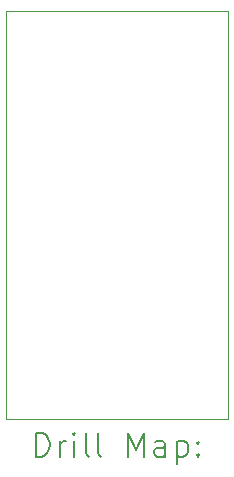
<source format=gbr>
%FSLAX45Y45*%
G04 Gerber Fmt 4.5, Leading zero omitted, Abs format (unit mm)*
G04 Created by KiCad (PCBNEW 6.0.2+dfsg-1) date 2022-08-12 08:44:58*
%MOMM*%
%LPD*%
G01*
G04 APERTURE LIST*
%TA.AperFunction,Profile*%
%ADD10C,0.100000*%
%TD*%
%ADD11C,0.200000*%
G04 APERTURE END LIST*
D10*
X14782800Y-10871200D02*
X14782800Y-7416800D01*
X14782800Y-7416800D02*
X12903200Y-7416800D01*
X12903200Y-7416800D02*
X12903200Y-10871200D01*
X12903200Y-10871200D02*
X14782800Y-10871200D01*
D11*
X13155819Y-11186676D02*
X13155819Y-10986676D01*
X13203438Y-10986676D01*
X13232009Y-10996200D01*
X13251057Y-11015248D01*
X13260581Y-11034295D01*
X13270105Y-11072390D01*
X13270105Y-11100962D01*
X13260581Y-11139057D01*
X13251057Y-11158105D01*
X13232009Y-11177152D01*
X13203438Y-11186676D01*
X13155819Y-11186676D01*
X13355819Y-11186676D02*
X13355819Y-11053343D01*
X13355819Y-11091438D02*
X13365343Y-11072390D01*
X13374867Y-11062867D01*
X13393914Y-11053343D01*
X13412962Y-11053343D01*
X13479628Y-11186676D02*
X13479628Y-11053343D01*
X13479628Y-10986676D02*
X13470105Y-10996200D01*
X13479628Y-11005724D01*
X13489152Y-10996200D01*
X13479628Y-10986676D01*
X13479628Y-11005724D01*
X13603438Y-11186676D02*
X13584390Y-11177152D01*
X13574867Y-11158105D01*
X13574867Y-10986676D01*
X13708200Y-11186676D02*
X13689152Y-11177152D01*
X13679628Y-11158105D01*
X13679628Y-10986676D01*
X13936771Y-11186676D02*
X13936771Y-10986676D01*
X14003438Y-11129533D01*
X14070105Y-10986676D01*
X14070105Y-11186676D01*
X14251057Y-11186676D02*
X14251057Y-11081914D01*
X14241533Y-11062867D01*
X14222486Y-11053343D01*
X14184390Y-11053343D01*
X14165343Y-11062867D01*
X14251057Y-11177152D02*
X14232009Y-11186676D01*
X14184390Y-11186676D01*
X14165343Y-11177152D01*
X14155819Y-11158105D01*
X14155819Y-11139057D01*
X14165343Y-11120010D01*
X14184390Y-11110486D01*
X14232009Y-11110486D01*
X14251057Y-11100962D01*
X14346295Y-11053343D02*
X14346295Y-11253343D01*
X14346295Y-11062867D02*
X14365343Y-11053343D01*
X14403438Y-11053343D01*
X14422486Y-11062867D01*
X14432009Y-11072390D01*
X14441533Y-11091438D01*
X14441533Y-11148581D01*
X14432009Y-11167629D01*
X14422486Y-11177152D01*
X14403438Y-11186676D01*
X14365343Y-11186676D01*
X14346295Y-11177152D01*
X14527248Y-11167629D02*
X14536771Y-11177152D01*
X14527248Y-11186676D01*
X14517724Y-11177152D01*
X14527248Y-11167629D01*
X14527248Y-11186676D01*
X14527248Y-11062867D02*
X14536771Y-11072390D01*
X14527248Y-11081914D01*
X14517724Y-11072390D01*
X14527248Y-11062867D01*
X14527248Y-11081914D01*
M02*

</source>
